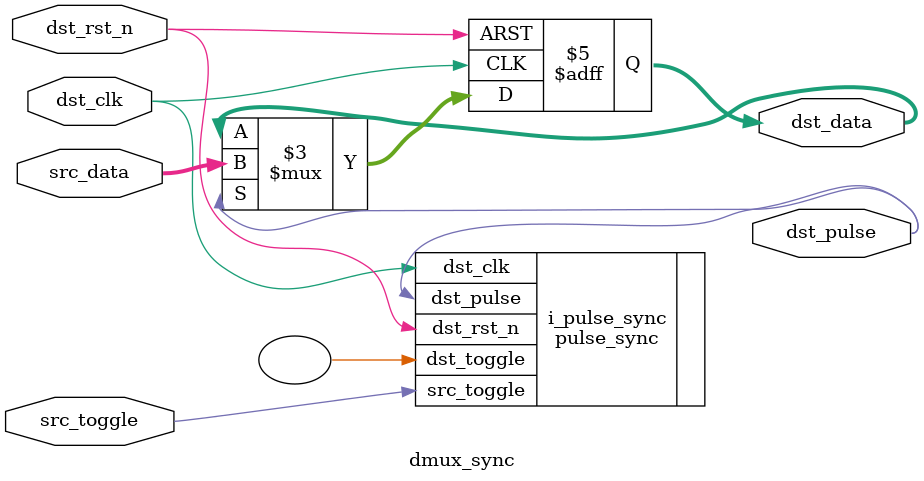
<source format=sv>



module dmux_sync #(
  parameter int DEPTH = 2,
  parameter int WIDTH = 8,
  parameter bit RST_VAL = '0
)(
  // src domain
  input  logic             src_toggle,
  input  logic [WIDTH-1:0] src_data,
  // dst domain
  input  logic             dst_clk,
  input  logic             dst_rst_n,
  output logic             dst_pulse,
  output logic [WIDTH-1:0] dst_data
);


  //----------------------------------------------------------------------------


  //----------------------------------------------------------------------------
  pulse_sync #(
    .DEPTH      (DEPTH),
    .RST_VAL    (RST_VAL)
  ) i_pulse_sync (
    .src_toggle (src_toggle),
    .dst_clk    (dst_clk),
    .dst_rst_n  (dst_rst_n),
    .dst_toggle (),
    .dst_pulse  (dst_pulse)
  );

  always_ff @(posedge dst_clk or negedge dst_rst_n) begin
    if (!dst_rst_n) begin
      dst_data <= '0;

    end else begin
      if (dst_pulse) begin
        dst_data <= src_data;
      end
    end
  end

endmodule
</source>
